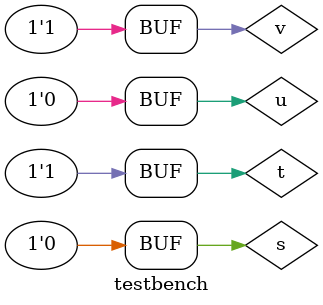
<source format=v>

module circuitNoHazard( output out, input a, b, c, d); // declare module that models the circuit
    reg notA, notC, e, f, g, h; // explain h

    always @(b or c) begin  
        e <= #2 b & c;
    end
    always @(c) begin
        notC <= #1 ~c;
    end
    always @(a) begin
        notA <= #1 ~a;
    end
    always @(notA or notC or d) begin
        f <= #2 notA & notC & d;
    end
    always @(notA or b or d) begin
        h <= #2 notA & b & d;
    end
    always @(e or f) begin
        g <= #2 e | f | h;
    end
    assign out = g;
endmodule

module testbench;
    reg s, t, u, v; // declare inputs for circuit
    wire out; // declare outputs

    circuitNoHazard uut(out, s, t, u, v); // initialize testbench

    initial begin
        s = 1'b0;
        t = 1'b1;
        u = 1'b1;
        v = 1'b1;
        #10;
        u = 1'b0;
        #50;
	end
    initial begin
		$monitor ("s=%d t=%d u=%d v=%d out=%d", s, t, u, v, out);
		$dumpfile("circuitNoHazard.vcd");
		$dumpvars(0, testbench);
	end
endmodule





</source>
